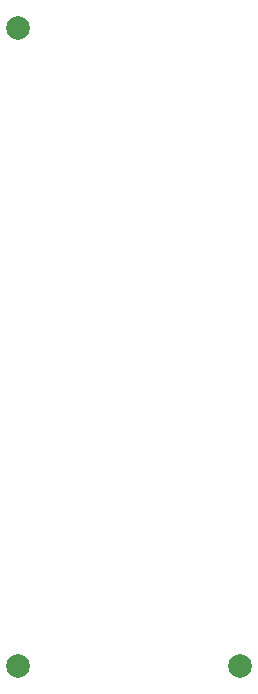
<source format=gbs>
G04 #@! TF.GenerationSoftware,KiCad,Pcbnew,7.0.2*
G04 #@! TF.CreationDate,2023-04-26T23:20:16+03:00*
G04 #@! TF.ProjectId,mriya-mcu-cover,6d726979-612d-46d6-9375-2d636f766572,0.9*
G04 #@! TF.SameCoordinates,Original*
G04 #@! TF.FileFunction,Soldermask,Bot*
G04 #@! TF.FilePolarity,Negative*
%FSLAX46Y46*%
G04 Gerber Fmt 4.6, Leading zero omitted, Abs format (unit mm)*
G04 Created by KiCad (PCBNEW 7.0.2) date 2023-04-26 23:20:16*
%MOMM*%
%LPD*%
G01*
G04 APERTURE LIST*
%ADD10C,2.000000*%
G04 APERTURE END LIST*
D10*
X102200000Y-97000000D03*
X121000000Y-97000000D03*
X102200000Y-43000000D03*
M02*

</source>
